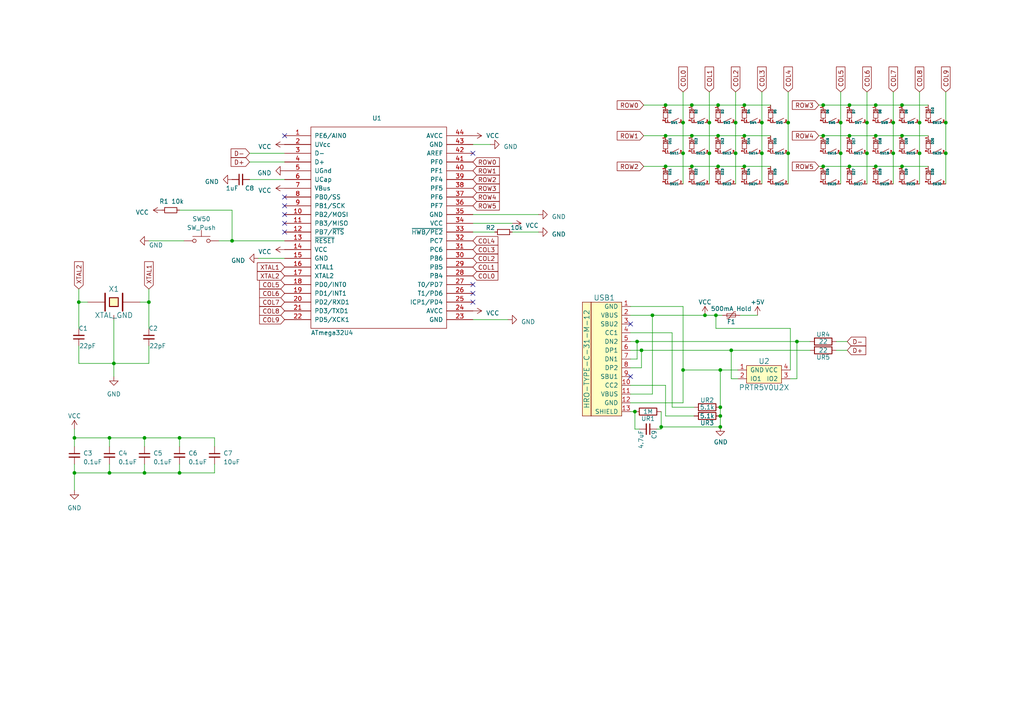
<source format=kicad_sch>
(kicad_sch (version 20230121) (generator eeschema)
  (paper "A4")
  (lib_symbols
    (symbol "Device:C_Small" (pin_numbers hide) (pin_names (offset 0.254) hide)
      (property "Reference" "C" (at 0.254 1.778 0))
      (property "Value" "C_Small" (at 0.254 -2.032 0))
      (symbol "C_Small_0_1"
        (polyline (pts (xy -1.524 -0.508) (xy 1.524 -0.508)) (stroke (width 0.3302)))
        (polyline (pts (xy -1.524 0.508) (xy 1.524 0.508)) (stroke (width 0.3048)))
      )
      (symbol "C_Small_1_1"
        (pin passive line (at 0 2.54 270) (length 2.032) (name "~") (number "1"))
        (pin passive line (at 0 -2.54 90) (length 2.032) (name "~") (number "2"))
      )
    )
    (symbol "Device:R_Small" (pin_numbers hide) (pin_names (offset 0.254) hide)
      (property "Reference" "R" (at 0.762 0.508 0))
      (property "Value" "R_Small" (at 0.762 -1.016 0))
      (symbol "R_Small_0_1"
        (rectangle (start -0.762 1.778) (end 0.762 -1.778) (stroke (width 0.2032)))
      )
      (symbol "R_Small_1_1"
        (pin passive line (at 0 2.54 270) (length 0.762) (name "~") (number "1"))
        (pin passive line (at 0 -2.54 90) (length 0.762) (name "~") (number "2"))
      )
    )
    (symbol "Switch:SW_Push" (pin_numbers hide) (pin_names (offset 1.016) hide)
      (property "Reference" "SW" (at 1.27 2.54 0))
      (property "Value" "SW_Push" (at 0 -1.524 0))
      (symbol "SW_Push_0_1"
        (circle (center -2.032 0) (radius 0.508))
        (polyline (pts (xy 0 1.27) (xy 0 3.048)))
        (polyline (pts (xy 2.54 1.27) (xy -2.54 1.27)))
        (circle (center 2.032 0) (radius 0.508))
        (pin passive line (at -5.08 0 0) (length 2.54) (name "1") (number "1"))
        (pin passive line (at 5.08 0 180) (length 2.54) (name "2") (number "2"))
      )
    )
    (symbol "Type-C:HRO-TYPE-C-31-M-12" (pin_names (offset 1.016))
      (property "Reference" "USB" (at -5.08 16.51 0))
      (property "Value" "HRO-TYPE-C-31-M-12" (at -10.16 -1.27 90))
      (symbol "HRO-TYPE-C-31-M-12_0_1"
        (rectangle (start -11.43 15.24) (end -8.89 -17.78) (fill (type background)))
        (rectangle (start 0 -17.78) (end -8.89 15.24) (fill (type background)))
      )
      (symbol "HRO-TYPE-C-31-M-12_1_1"
        (pin input line (at 2.54 13.97 180) (length 2.54) (name "GND") (number "1"))
        (pin input line (at 2.54 -8.89 180) (length 2.54) (name "CC2") (number "10"))
        (pin input line (at 2.54 -11.43 180) (length 2.54) (name "VBUS") (number "11"))
        (pin input line (at 2.54 -13.97 180) (length 2.54) (name "GND") (number "12"))
        (pin input line (at 2.54 -16.51 180) (length 2.54) (name "SHIELD") (number "13"))
        (pin input line (at 2.54 11.43 180) (length 2.54) (name "VBUS") (number "2"))
        (pin input line (at 2.54 8.89 180) (length 2.54) (name "SBU2") (number "3"))
        (pin input line (at 2.54 6.35 180) (length 2.54) (name "CC1") (number "4"))
        (pin input line (at 2.54 3.81 180) (length 2.54) (name "DN2") (number "5"))
        (pin input line (at 2.54 1.27 180) (length 2.54) (name "DP1") (number "6"))
        (pin input line (at 2.54 -1.27 180) (length 2.54) (name "DN1") (number "7"))
        (pin input line (at 2.54 -3.81 180) (length 2.54) (name "DP2") (number "8"))
        (pin input line (at 2.54 -6.35 180) (length 2.54) (name "SBU1") (number "9"))
      )
    )
    (symbol "ai03-locallib:PRTR5V0U2X" (pin_names (offset 1.016))
      (property "Reference" "U" (at 0 3.81 0))
      (property "Value" "PRTR5V0U2X" (at 0 -3.81 0))
      (symbol "PRTR5V0U2X_0_1"
        (rectangle (start -5.08 2.54) (end 5.08 -2.54) (fill (type background)))
      )
      (symbol "PRTR5V0U2X_1_1"
        (pin input line (at -7.62 1.27 0) (length 2.54) (name "GND") (number "1"))
        (pin input line (at -7.62 -1.27 0) (length 2.54) (name "IO1") (number "2"))
        (pin input line (at 7.62 -1.27 180) (length 2.54) (name "IO2") (number "3"))
        (pin input line (at 7.62 1.27 180) (length 2.54) (name "VCC") (number "4"))
      )
    )
    (symbol "cpm43-rescue:C_Small-device" (pin_numbers hide) (pin_names (offset 0.254) hide)
      (property "Reference" "C" (at 0.254 1.778 0))
      (property "Value" "device:C_Small" (at 0.254 -2.032 0))
      (symbol "C_Small-device_0_1"
        (polyline (pts (xy -1.524 -0.508) (xy 1.524 -0.508)) (stroke (width 0.3302)))
        (polyline (pts (xy -1.524 0.508) (xy 1.524 0.508)) (stroke (width 0.3048)))
      )
      (symbol "C_Small-device_1_1"
        (pin passive line (at 0 2.54 270) (length 2.032) (name "~") (number "1"))
        (pin passive line (at 0 -2.54 90) (length 2.032) (name "~") (number "2"))
      )
    )
    (symbol "cpm43-rescue:GND-power" (power) (pin_names (offset 0))
      (property "Value" "GND-power" (at 0 -3.81 0))
      (symbol "GND-power_0_1"
        (polyline (pts (xy 0 0) (xy 0 -1.27) (xy 1.27 -1.27) (xy 0 -2.54) (xy -1.27 -1.27) (xy 0 -1.27)))
      )
      (symbol "GND-power_1_1"
        (pin power_in line (at 0 0 270) (length 0) hide (name "GND") (number "1"))
      )
    )
    (symbol "cpm43-rescue:Polyfuse_Small-device" (pin_numbers hide) (pin_names (offset 0))
      (property "Reference" "F" (at -1.905 0 90))
      (property "Value" "device:Polyfuse_Small" (at 1.905 0 90))
      (symbol "Polyfuse_Small-device_0_1"
        (rectangle (start -0.508 1.27) (end 0.508 -1.27))
        (polyline (pts (xy 0 2.54) (xy 0 -2.54)))
        (polyline (pts (xy -1.016 1.27) (xy -1.016 0.762) (xy 1.016 -0.762) (xy 1.016 -1.27)))
      )
      (symbol "Polyfuse_Small-device_1_1"
        (pin passive line (at 0 2.54 270) (length 0.635) (name "~") (number "1"))
        (pin passive line (at 0 -2.54 90) (length 0.635) (name "~") (number "2"))
      )
    )
    (symbol "cpm43-rescue:R-device" (pin_numbers hide) (pin_names (offset 0))
      (property "Reference" "R" (at 2.032 0 90))
      (property "Value" "device:R" (at 0 0 90))
      (symbol "R-device_0_1"
        (rectangle (start -1.016 -2.54) (end 1.016 2.54) (stroke (width 0.254)))
      )
      (symbol "R-device_1_1"
        (pin passive line (at 0 3.81 270) (length 1.27) (name "~") (number "1"))
        (pin passive line (at 0 -3.81 90) (length 1.27) (name "~") (number "2"))
      )
    )
    (symbol "hazel:D"
      (property "Reference" "D4" (at -1.27 0 0))
      (symbol "D_0_1"
        (rectangle (start -1.27 0.635) (end 1.27 -0.635))
        (polyline (pts (xy 0.96 0.64) (xy 0.96 -0.63)))
        (polyline (pts (xy 0.32 0.64) (xy 0.32 -0.63) (xy 0.955 0.005) (xy 0.32 0.64) (xy 0.32 0.64)))
      )
      (symbol "D_1_1"
        (pin input line (at 2.54 0 180) (length 1.27) (name "") (number "1"))
        (pin output line (at -2.54 0 0) (length 1.27) (name "") (number "2"))
      )
    )
    (symbol "hazel:SW"
      (property "Reference" "SW" (at 0 -1.27 0))
      (property "Value" "SW" (at 0 2.54 0))
      (symbol "SW_0_1"
        (polyline (pts (xy -1.27 0) (xy 1.27 1.27)))
      )
      (symbol "SW_1_1"
        (pin bidirectional line (at -2.54 0 0) (length 1.27) (name "") (number "1"))
        (pin bidirectional line (at 2.54 0 180) (length 1.27) (name "") (number "2"))
      )
    )
    (symbol "keyboard_parts:ATMEGA32U4" (pin_names (offset 1.016))
      (property "Reference" "U" (at 0 -31.75 0))
      (property "Value" "ATMEGA32U4" (at 0 31.75 0))
      (symbol "ATMEGA32U4_0_1"
        (rectangle (start 20.32 29.21) (end -19.05 -29.21))
      )
      (symbol "ATMEGA32U4_1_1"
        (pin bidirectional line (at -26.67 26.67 0) (length 7.62) (name "PE6/AIN0") (number "1"))
        (pin bidirectional line (at -26.67 3.81 0) (length 7.62) (name "PB2/MOSI") (number "10"))
        (pin bidirectional line (at -26.67 1.27 0) (length 7.62) (name "PB3/MISO") (number "11"))
        (pin bidirectional line (at -26.67 -1.27 0) (length 7.62) (name "PB7/~{RTS}") (number "12"))
        (pin input line (at -26.67 -3.81 0) (length 7.62) (name "~{RESET}") (number "13"))
        (pin power_in line (at -26.67 -6.35 0) (length 7.62) (name "VCC") (number "14"))
        (pin power_in line (at -26.67 -8.89 0) (length 7.62) (name "GND") (number "15"))
        (pin input line (at -26.67 -11.43 0) (length 7.62) (name "XTAL1") (number "16"))
        (pin output line (at -26.67 -13.97 0) (length 7.62) (name "XTAL2") (number "17"))
        (pin bidirectional line (at -26.67 -16.51 0) (length 7.62) (name "PD0/INT0") (number "18"))
        (pin bidirectional line (at -26.67 -19.05 0) (length 7.62) (name "PD1/INT1") (number "19"))
        (pin power_in line (at -26.67 24.13 0) (length 7.62) (name "UVcc") (number "2"))
        (pin bidirectional line (at -26.67 -21.59 0) (length 7.62) (name "PD2/RXD1") (number "20"))
        (pin bidirectional line (at -26.67 -24.13 0) (length 7.62) (name "PD3/TXD1") (number "21"))
        (pin bidirectional line (at -26.67 -26.67 0) (length 7.62) (name "PD5/XCK1") (number "22"))
        (pin power_in line (at 27.94 -26.67 180) (length 7.62) (name "GND") (number "23"))
        (pin power_in line (at 27.94 -24.13 180) (length 7.62) (name "AVCC") (number "24"))
        (pin bidirectional line (at 27.94 -21.59 180) (length 7.62) (name "ICP1/PD4") (number "25"))
        (pin bidirectional line (at 27.94 -19.05 180) (length 7.62) (name "T1/PD6") (number "26"))
        (pin bidirectional line (at 27.94 -16.51 180) (length 7.62) (name "T0/PD7") (number "27"))
        (pin bidirectional line (at 27.94 -13.97 180) (length 7.62) (name "PB4") (number "28"))
        (pin bidirectional line (at 27.94 -11.43 180) (length 7.62) (name "PB5") (number "29"))
        (pin bidirectional line (at -26.67 21.59 0) (length 7.62) (name "D-") (number "3"))
        (pin bidirectional line (at 27.94 -8.89 180) (length 7.62) (name "PB6") (number "30"))
        (pin bidirectional line (at 27.94 -6.35 180) (length 7.62) (name "PC6") (number "31"))
        (pin bidirectional line (at 27.94 -3.81 180) (length 7.62) (name "PC7") (number "32"))
        (pin bidirectional line (at 27.94 -1.27 180) (length 7.62) (name "~{HWB/PE2}") (number "33"))
        (pin power_in line (at 27.94 1.27 180) (length 7.62) (name "VCC") (number "34"))
        (pin power_in line (at 27.94 3.81 180) (length 7.62) (name "GND") (number "35"))
        (pin bidirectional line (at 27.94 6.35 180) (length 7.62) (name "PF7") (number "36"))
        (pin bidirectional line (at 27.94 8.89 180) (length 7.62) (name "PF6") (number "37"))
        (pin bidirectional line (at 27.94 11.43 180) (length 7.62) (name "PF5") (number "38"))
        (pin bidirectional line (at 27.94 13.97 180) (length 7.62) (name "PF4") (number "39"))
        (pin bidirectional line (at -26.67 19.05 0) (length 7.62) (name "D+") (number "4"))
        (pin bidirectional line (at 27.94 16.51 180) (length 7.62) (name "PF1") (number "40"))
        (pin bidirectional line (at 27.94 19.05 180) (length 7.62) (name "PF0") (number "41"))
        (pin input line (at 27.94 21.59 180) (length 7.62) (name "AREF") (number "42"))
        (pin power_in line (at 27.94 24.13 180) (length 7.62) (name "GND") (number "43"))
        (pin power_in line (at 27.94 26.67 180) (length 7.62) (name "AVCC") (number "44"))
        (pin power_in line (at -26.67 16.51 0) (length 7.62) (name "UGnd") (number "5"))
        (pin input line (at -26.67 13.97 0) (length 7.62) (name "UCap") (number "6"))
        (pin input line (at -26.67 11.43 0) (length 7.62) (name "VBus") (number "7"))
        (pin bidirectional line (at -26.67 8.89 0) (length 7.62) (name "PB0/SS") (number "8"))
        (pin bidirectional line (at -26.67 6.35 0) (length 7.62) (name "PB1/SCK") (number "9"))
      )
    )
    (symbol "keyboard_parts:XTAL_GND" (pin_numbers hide) (pin_names (offset 1.016) hide)
      (property "Reference" "X" (at 0 3.81 0))
      (property "Value" "XTAL_GND" (at 0 -3.81 0))
      (symbol "XTAL_GND_0_1"
        (polyline (pts (xy -2.54 2.54) (xy -2.54 -2.54)) (stroke (width 0.4064)))
        (polyline (pts (xy 2.54 2.54) (xy 2.54 -2.54)) (stroke (width 0.4064)))
        (polyline (pts (xy -1.27 1.27) (xy 1.27 1.27) (xy 1.27 -1.27) (xy -1.27 -1.27) (xy -1.27 1.27)) (stroke (width 0.3048)) (fill (type background)))
      )
      (symbol "XTAL_GND_1_1"
        (pin passive line (at -7.62 0 0) (length 5.08) (name "1") (number "1"))
        (pin passive line (at 7.62 0 180) (length 5.08) (name "2") (number "2"))
        (pin passive line (at 0 -5.08 90) (length 1.27) (name "~") (number "3"))
      )
    )
    (symbol "power:+5V" (power) (pin_names (offset 0))
      (property "Value" "+5V" (at 0 3.556 0))
      (symbol "+5V_0_1"
        (polyline (pts (xy -0.762 1.27) (xy 0 2.54)))
        (polyline (pts (xy 0 0) (xy 0 2.54)))
        (polyline (pts (xy 0 2.54) (xy 0.762 1.27)))
      )
      (symbol "+5V_1_1"
        (pin power_in line (at 0 0 90) (length 0) hide (name "+5V") (number "1"))
      )
    )
    (symbol "power:GND" (power) (pin_names (offset 0))
      (property "Value" "GND" (at 0 -3.81 0))
      (symbol "GND_0_1"
        (polyline (pts (xy 0 0) (xy 0 -1.27) (xy 1.27 -1.27) (xy 0 -2.54) (xy -1.27 -1.27) (xy 0 -1.27)))
      )
      (symbol "GND_1_1"
        (pin power_in line (at 0 0 270) (length 0) hide (name "GND") (number "1"))
      )
    )
    (symbol "power:VCC" (power) (pin_names (offset 0))
      (property "Value" "VCC" (at 0 3.81 0))
      (symbol "VCC_0_1"
        (polyline (pts (xy -0.762 1.27) (xy 0 2.54)))
        (polyline (pts (xy 0 0) (xy 0 2.54)))
        (polyline (pts (xy 0 2.54) (xy 0.762 1.27)))
      )
      (symbol "VCC_1_1"
        (pin power_in line (at 0 0 90) (length 0) hide (name "VCC") (number "1"))
      )
    )
  )
  (junction (at 266.7 44.45))
  (junction (at 259.08 44.45))
  (junction (at 52.07 137.16))
  (junction (at 21.59 127))
  (junction (at 184.15 119.38))
  (junction (at 213.36 35.56))
  (junction (at 200.66 48.26))
  (junction (at 266.7 35.56))
  (junction (at 215.9 30.48))
  (junction (at 41.91 127))
  (junction (at 198.12 35.56))
  (junction (at 261.62 30.48))
  (junction (at 246.38 48.26))
  (junction (at 261.62 48.26))
  (junction (at 208.915 120.65))
  (junction (at 193.04 30.48))
  (junction (at 254 39.37))
  (junction (at 261.62 39.37))
  (junction (at 21.59 137.16))
  (junction (at 43.18 87.63))
  (junction (at 220.98 44.45))
  (junction (at 200.66 39.37))
  (junction (at 52.07 127))
  (junction (at 215.9 48.26))
  (junction (at 246.38 30.48))
  (junction (at 189.23 91.44))
  (junction (at 191.77 123.825))
  (junction (at 251.46 35.56))
  (junction (at 208.915 118.11))
  (junction (at 41.91 137.16))
  (junction (at 231.14 99.06))
  (junction (at 238.76 39.37))
  (junction (at 220.98 35.56))
  (junction (at 184.785 99.06))
  (junction (at 228.6 44.45))
  (junction (at 213.36 44.45))
  (junction (at 208.915 107.315))
  (junction (at 193.04 48.26))
  (junction (at 259.08 35.56))
  (junction (at 238.76 48.26))
  (junction (at 31.75 137.16))
  (junction (at 208.915 123.825))
  (junction (at 274.32 44.45))
  (junction (at 238.76 30.48))
  (junction (at 246.38 39.37))
  (junction (at 205.74 35.56))
  (junction (at 254 48.26))
  (junction (at 243.84 35.56))
  (junction (at 243.84 44.45))
  (junction (at 208.28 39.37))
  (junction (at 198.12 44.45))
  (junction (at 33.02 105.41))
  (junction (at 228.6 35.56))
  (junction (at 22.86 87.63))
  (junction (at 207.645 91.44))
  (junction (at 274.32 35.56))
  (junction (at 31.75 127))
  (junction (at 212.09 101.6))
  (junction (at 200.66 30.48))
  (junction (at 205.74 44.45))
  (junction (at 198.12 107.315))
  (junction (at 208.28 30.48))
  (junction (at 204.47 91.44))
  (junction (at 251.46 44.45))
  (junction (at 215.9 39.37))
  (junction (at 67.31 69.85))
  (junction (at 208.28 48.26))
  (junction (at 254 30.48))
  (junction (at 186.055 101.6))
  (junction (at 193.04 39.37))
  (no_connect (at 82.55 39.37))
  (no_connect (at 82.55 62.23))
  (no_connect (at 82.55 64.77))
  (no_connect (at 82.55 57.15))
  (no_connect (at 82.55 59.69))
  (no_connect (at 137.16 82.55))
  (no_connect (at 137.16 87.63))
  (no_connect (at 137.16 85.09))
  (no_connect (at 182.88 93.98))
  (no_connect (at 182.88 109.22))
  (no_connect (at 137.16 44.45))
  (no_connect (at 82.55 67.31))
  (wire (pts (xy 52.07 60.96) (xy 67.31 60.96)))
  (wire (pts (xy 205.74 26.67) (xy 205.74 35.56)))
  (wire (pts (xy 214.63 91.44) (xy 219.71 91.44)))
  (wire (pts (xy 200.66 39.37) (xy 208.28 39.37)))
  (wire (pts (xy 184.785 99.06) (xy 231.14 99.06)))
  (wire (pts (xy 207.645 91.44) (xy 207.645 95.25)))
  (wire (pts (xy 261.62 48.26) (xy 269.24 48.26)))
  (wire (pts (xy 242.57 99.06) (xy 245.745 99.06)))
  (wire (pts (xy 182.88 111.76) (xy 193.04 111.76)))
  (wire (pts (xy 67.31 69.85) (xy 82.55 69.85)))
  (wire (pts (xy 220.98 35.56) (xy 220.98 44.45)))
  (wire (pts (xy 208.915 118.11) (xy 208.915 107.315)))
  (wire (pts (xy 204.47 91.44) (xy 207.645 91.44)))
  (wire (pts (xy 207.645 91.44) (xy 209.55 91.44)))
  (wire (pts (xy 229.235 107.315) (xy 229.235 95.25)))
  (wire (pts (xy 74.93 74.93) (xy 82.55 74.93)))
  (wire (pts (xy 213.995 107.315) (xy 208.915 107.315)))
  (wire (pts (xy 31.75 137.16) (xy 31.75 134.62)))
  (wire (pts (xy 186.69 39.37) (xy 193.04 39.37)))
  (wire (pts (xy 200.66 30.48) (xy 208.28 30.48)))
  (wire (pts (xy 72.39 52.07) (xy 82.55 52.07)))
  (wire (pts (xy 21.59 137.16) (xy 21.59 134.62)))
  (wire (pts (xy 212.09 109.855) (xy 212.09 101.6)))
  (wire (pts (xy 243.84 44.45) (xy 243.84 53.34)))
  (wire (pts (xy 137.16 62.23) (xy 156.21 62.23)))
  (wire (pts (xy 193.04 39.37) (xy 200.66 39.37)))
  (wire (pts (xy 198.12 107.315) (xy 198.12 116.84)))
  (wire (pts (xy 259.08 26.67) (xy 259.08 35.56)))
  (wire (pts (xy 237.49 39.37) (xy 238.76 39.37)))
  (wire (pts (xy 243.84 26.67) (xy 243.84 35.56)))
  (wire (pts (xy 21.59 124.46) (xy 21.59 127)))
  (wire (pts (xy 41.91 127) (xy 41.91 129.54)))
  (wire (pts (xy 21.59 137.16) (xy 31.75 137.16)))
  (wire (pts (xy 231.14 109.855) (xy 231.14 99.06)))
  (wire (pts (xy 208.28 39.37) (xy 215.9 39.37)))
  (wire (pts (xy 189.23 91.44) (xy 204.47 91.44)))
  (wire (pts (xy 186.69 30.48) (xy 193.04 30.48)))
  (wire (pts (xy 182.88 101.6) (xy 186.055 101.6)))
  (wire (pts (xy 229.235 95.25) (xy 207.645 95.25)))
  (wire (pts (xy 198.12 88.9) (xy 198.12 107.315)))
  (wire (pts (xy 205.74 35.56) (xy 205.74 44.45)))
  (wire (pts (xy 251.46 35.56) (xy 251.46 44.45)))
  (wire (pts (xy 40.64 87.63) (xy 43.18 87.63)))
  (wire (pts (xy 33.02 105.41) (xy 22.86 105.41)))
  (wire (pts (xy 238.76 39.37) (xy 246.38 39.37)))
  (wire (pts (xy 254 30.48) (xy 261.62 30.48)))
  (wire (pts (xy 198.12 26.67) (xy 198.12 35.56)))
  (wire (pts (xy 205.74 44.45) (xy 205.74 53.34)))
  (wire (pts (xy 31.75 127) (xy 31.75 129.54)))
  (wire (pts (xy 63.5 69.85) (xy 67.31 69.85)))
  (wire (pts (xy 43.18 87.63) (xy 43.18 95.25)))
  (wire (pts (xy 215.9 39.37) (xy 223.52 39.37)))
  (wire (pts (xy 191.77 123.825) (xy 208.915 123.825)))
  (wire (pts (xy 274.32 35.56) (xy 274.32 44.45)))
  (wire (pts (xy 184.785 104.14) (xy 184.785 99.06)))
  (wire (pts (xy 246.38 39.37) (xy 254 39.37)))
  (wire (pts (xy 52.07 137.16) (xy 62.23 137.16)))
  (wire (pts (xy 22.86 100.33) (xy 22.86 105.41)))
  (wire (pts (xy 21.59 127) (xy 21.59 129.54)))
  (wire (pts (xy 137.16 41.91) (xy 142.24 41.91)))
  (wire (pts (xy 246.38 48.26) (xy 254 48.26)))
  (wire (pts (xy 43.18 100.33) (xy 43.18 105.41)))
  (wire (pts (xy 229.235 109.855) (xy 231.14 109.855)))
  (wire (pts (xy 33.02 92.71) (xy 33.02 105.41)))
  (wire (pts (xy 228.6 35.56) (xy 228.6 44.45)))
  (wire (pts (xy 182.88 96.52) (xy 194.945 96.52)))
  (wire (pts (xy 266.7 44.45) (xy 266.7 53.34)))
  (wire (pts (xy 274.32 44.45) (xy 274.32 53.34)))
  (wire (pts (xy 31.75 137.16) (xy 41.91 137.16)))
  (wire (pts (xy 189.23 114.3) (xy 189.23 91.44)))
  (wire (pts (xy 261.62 30.48) (xy 269.24 30.48)))
  (wire (pts (xy 251.46 44.45) (xy 251.46 53.34)))
  (wire (pts (xy 52.07 137.16) (xy 52.07 134.62)))
  (wire (pts (xy 194.945 118.11) (xy 194.945 96.52)))
  (wire (pts (xy 228.6 44.45) (xy 228.6 53.34)))
  (wire (pts (xy 274.32 26.67) (xy 274.32 35.56)))
  (wire (pts (xy 215.9 30.48) (xy 223.52 30.48)))
  (wire (pts (xy 182.88 114.3) (xy 189.23 114.3)))
  (wire (pts (xy 184.15 119.38) (xy 182.88 119.38)))
  (wire (pts (xy 22.86 87.63) (xy 22.86 95.25)))
  (wire (pts (xy 148.59 64.77) (xy 137.16 64.77)))
  (wire (pts (xy 148.59 67.31) (xy 156.21 67.31)))
  (wire (pts (xy 251.46 26.67) (xy 251.46 35.56)))
  (wire (pts (xy 254 48.26) (xy 261.62 48.26)))
  (wire (pts (xy 62.23 137.16) (xy 62.23 134.62)))
  (wire (pts (xy 53.34 69.85) (xy 43.18 69.85)))
  (wire (pts (xy 237.49 30.48) (xy 238.76 30.48)))
  (wire (pts (xy 213.36 26.67) (xy 213.36 35.56)))
  (wire (pts (xy 254 39.37) (xy 261.62 39.37)))
  (wire (pts (xy 208.915 118.11) (xy 208.915 120.65)))
  (wire (pts (xy 266.7 26.67) (xy 266.7 35.56)))
  (wire (pts (xy 72.39 46.99) (xy 82.55 46.99)))
  (wire (pts (xy 243.84 35.56) (xy 243.84 44.45)))
  (wire (pts (xy 201.295 118.11) (xy 194.945 118.11)))
  (wire (pts (xy 62.23 127) (xy 62.23 129.54)))
  (wire (pts (xy 191.77 124.46) (xy 190.5 124.46)))
  (wire (pts (xy 198.12 116.84) (xy 182.88 116.84)))
  (wire (pts (xy 231.14 99.06) (xy 234.95 99.06)))
  (wire (pts (xy 21.59 137.16) (xy 21.59 142.24)))
  (wire (pts (xy 220.98 44.45) (xy 220.98 53.34)))
  (wire (pts (xy 186.69 48.26) (xy 193.04 48.26)))
  (wire (pts (xy 21.59 127) (xy 31.75 127)))
  (wire (pts (xy 43.18 105.41) (xy 33.02 105.41)))
  (wire (pts (xy 22.86 83.82) (xy 22.86 87.63)))
  (wire (pts (xy 208.28 30.48) (xy 215.9 30.48)))
  (wire (pts (xy 182.88 99.06) (xy 184.785 99.06)))
  (wire (pts (xy 72.39 44.45) (xy 82.55 44.45)))
  (wire (pts (xy 31.75 127) (xy 41.91 127)))
  (wire (pts (xy 191.77 119.38) (xy 191.77 123.825)))
  (wire (pts (xy 182.88 104.14) (xy 184.785 104.14)))
  (wire (pts (xy 213.36 35.56) (xy 213.36 44.45)))
  (wire (pts (xy 242.57 101.6) (xy 245.745 101.6)))
  (wire (pts (xy 184.15 124.46) (xy 184.15 119.38)))
  (wire (pts (xy 259.08 35.56) (xy 259.08 44.45)))
  (wire (pts (xy 198.12 107.315) (xy 208.915 107.315)))
  (wire (pts (xy 238.76 30.48) (xy 246.38 30.48)))
  (wire (pts (xy 182.88 88.9) (xy 198.12 88.9)))
  (wire (pts (xy 193.04 30.48) (xy 200.66 30.48)))
  (wire (pts (xy 259.08 44.45) (xy 259.08 53.34)))
  (wire (pts (xy 198.12 44.45) (xy 198.12 53.34)))
  (wire (pts (xy 41.91 137.16) (xy 52.07 137.16)))
  (wire (pts (xy 41.91 137.16) (xy 41.91 134.62)))
  (wire (pts (xy 193.04 48.26) (xy 200.66 48.26)))
  (wire (pts (xy 186.055 101.6) (xy 212.09 101.6)))
  (wire (pts (xy 228.6 26.67) (xy 228.6 35.56)))
  (wire (pts (xy 43.18 83.82) (xy 43.18 87.63)))
  (wire (pts (xy 182.88 91.44) (xy 189.23 91.44)))
  (wire (pts (xy 213.36 44.45) (xy 213.36 53.34)))
  (wire (pts (xy 52.07 127) (xy 62.23 127)))
  (wire (pts (xy 22.86 87.63) (xy 25.4 87.63)))
  (wire (pts (xy 191.77 123.825) (xy 191.77 124.46)))
  (wire (pts (xy 198.12 35.56) (xy 198.12 44.45)))
  (wire (pts (xy 208.915 120.65) (xy 208.915 123.825)))
  (wire (pts (xy 137.16 67.31) (xy 143.51 67.31)))
  (wire (pts (xy 208.28 48.26) (xy 215.9 48.26)))
  (wire (pts (xy 137.16 92.71) (xy 147.32 92.71)))
  (wire (pts (xy 215.9 48.26) (xy 223.52 48.26)))
  (wire (pts (xy 266.7 35.56) (xy 266.7 44.45)))
  (wire (pts (xy 193.04 111.76) (xy 193.04 120.65)))
  (wire (pts (xy 261.62 39.37) (xy 269.24 39.37)))
  (wire (pts (xy 186.055 106.68) (xy 186.055 101.6)))
  (wire (pts (xy 182.88 106.68) (xy 186.055 106.68)))
  (wire (pts (xy 193.04 120.65) (xy 201.295 120.65)))
  (wire (pts (xy 246.38 30.48) (xy 254 30.48)))
  (wire (pts (xy 185.42 124.46) (xy 184.15 124.46)))
  (wire (pts (xy 238.76 48.26) (xy 246.38 48.26)))
  (wire (pts (xy 52.07 127) (xy 52.07 129.54)))
  (wire (pts (xy 213.995 109.855) (xy 212.09 109.855)))
  (wire (pts (xy 67.31 60.96) (xy 67.31 69.85)))
  (wire (pts (xy 237.49 48.26) (xy 238.76 48.26)))
  (wire (pts (xy 220.98 26.67) (xy 220.98 35.56)))
  (wire (pts (xy 33.02 105.41) (xy 33.02 109.22)))
  (wire (pts (xy 41.91 127) (xy 52.07 127)))
  (wire (pts (xy 200.66 48.26) (xy 208.28 48.26)))
  (wire (pts (xy 212.09 101.6) (xy 234.95 101.6)))
  (global_label "COL1" (shape input) (at 137.16 77.47 0) (property "Intersheetrefs" "${INTERSHEET_REFS}" (effects hide)))
  (global_label "COL5" (shape input) (at 82.55 82.55 180) (property "Intersheetrefs" "${INTERSHEET_REFS}" (effects hide)))
  (global_label "COL9" (shape input) (at 82.55 92.71 180) (property "Intersheetrefs" "${INTERSHEET_REFS}" (effects hide)))
  (global_label "COL5" (shape input) (at 243.84 26.67 90) (property "Intersheetrefs" "${INTERSHEET_REFS}" (effects hide)))
  (global_label "ROW4" (shape input) (at 137.16 57.15 0) (property "Intersheetrefs" "${INTERSHEET_REFS}" (effects hide)))
  (global_label "ROW3" (shape input) (at 237.49 30.48 180) (property "Intersheetrefs" "${INTERSHEET_REFS}" (effects hide)))
  (global_label "ROW3" (shape input) (at 137.16 54.61 0) (property "Intersheetrefs" "${INTERSHEET_REFS}" (effects hide)))
  (global_label "COL0" (shape input) (at 198.12 26.67 90) (property "Intersheetrefs" "${INTERSHEET_REFS}" (effects hide)))
  (global_label "COL7" (shape input) (at 259.08 26.67 90) (property "Intersheetrefs" "${INTERSHEET_REFS}" (effects hide)))
  (global_label "COL7" (shape input) (at 82.55 87.63 180) (property "Intersheetrefs" "${INTERSHEET_REFS}" (effects hide)))
  (global_label "ROW5" (shape input) (at 137.16 59.69 0) (property "Intersheetrefs" "${INTERSHEET_REFS}" (effects hide)))
  (global_label "COL3" (shape input) (at 137.16 72.39 0) (property "Intersheetrefs" "${INTERSHEET_REFS}" (effects hide)))
  (global_label "ROW0" (shape input) (at 186.69 30.48 180) (property "Intersheetrefs" "${INTERSHEET_REFS}" (effects hide)))
  (global_label "D-" (shape input) (at 245.745 99.06 0) (effects (font (size 1.2954 1.2954))) (property "Intersheetrefs" "${INTERSHEET_REFS}" (effects hide)))
  (global_label "ROW2" (shape input) (at 186.69 48.26 180) (property "Intersheetrefs" "${INTERSHEET_REFS}" (effects hide)))
  (global_label "COL4" (shape input) (at 137.16 69.85 0) (property "Intersheetrefs" "${INTERSHEET_REFS}" (effects hide)))
  (global_label "COL3" (shape input) (at 220.98 26.67 90) (property "Intersheetrefs" "${INTERSHEET_REFS}" (effects hide)))
  (global_label "COL9" (shape input) (at 274.32 26.67 90) (property "Intersheetrefs" "${INTERSHEET_REFS}" (effects hide)))
  (global_label "COL6" (shape input) (at 82.55 85.09 180) (property "Intersheetrefs" "${INTERSHEET_REFS}" (effects hide)))
  (global_label "COL2" (shape input) (at 213.36 26.67 90) (property "Intersheetrefs" "${INTERSHEET_REFS}" (effects hide)))
  (global_label "XTAL1" (shape input) (at 43.18 83.82 90) (property "Intersheetrefs" "${INTERSHEET_REFS}" (effects hide)))
  (global_label "COL1" (shape input) (at 205.74 26.67 90) (property "Intersheetrefs" "${INTERSHEET_REFS}" (effects hide)))
  (global_label "XTAL2" (shape input) (at 82.55 80.01 180) (property "Intersheetrefs" "${INTERSHEET_REFS}" (effects hide)))
  (global_label "COL0" (shape input) (at 137.16 80.01 0) (property "Intersheetrefs" "${INTERSHEET_REFS}" (effects hide)))
  (global_label "ROW5" (shape input) (at 237.49 48.26 180) (property "Intersheetrefs" "${INTERSHEET_REFS}" (effects hide)))
  (global_label "ROW0" (shape input) (at 137.16 46.99 0) (property "Intersheetrefs" "${INTERSHEET_REFS}" (effects hide)))
  (global_label "XTAL1" (shape input) (at 82.55 77.47 180) (property "Intersheetrefs" "${INTERSHEET_REFS}" (effects hide)))
  (global_label "COL6" (shape input) (at 251.46 26.67 90) (property "Intersheetrefs" "${INTERSHEET_REFS}" (effects hide)))
  (global_label "ROW1" (shape input) (at 137.16 49.53 0) (property "Intersheetrefs" "${INTERSHEET_REFS}" (effects hide)))
  (global_label "ROW4" (shape input) (at 237.49 39.37 180) (property "Intersheetrefs" "${INTERSHEET_REFS}" (effects hide)))
  (global_label "COL8" (shape input) (at 266.7 26.67 90) (property "Intersheetrefs" "${INTERSHEET_REFS}" (effects hide)))
  (global_label "COL8" (shape input) (at 82.55 90.17 180) (property "Intersheetrefs" "${INTERSHEET_REFS}" (effects hide)))
  (global_label "D+" (shape input) (at 245.745 101.6 0) (effects (font (size 1.2954 1.2954))) (property "Intersheetrefs" "${INTERSHEET_REFS}" (effects hide)))
  (global_label "COL2" (shape input) (at 137.16 74.93 0) (property "Intersheetrefs" "${INTERSHEET_REFS}" (effects hide)))
  (global_label "ROW1" (shape input) (at 186.69 39.37 180) (property "Intersheetrefs" "${INTERSHEET_REFS}" (effects hide)))
  (global_label "D-" (shape input) (at 72.39 44.45 180) (effects (font (size 1.2954 1.2954))) (property "Intersheetrefs" "${INTERSHEET_REFS}" (effects hide)))
  (global_label "ROW2" (shape input) (at 137.16 52.07 0) (property "Intersheetrefs" "${INTERSHEET_REFS}" (effects hide)))
  (global_label "D+" (shape input) (at 72.39 46.99 180) (effects (font (size 1.2954 1.2954))) (property "Intersheetrefs" "${INTERSHEET_REFS}" (effects hide)))
  (global_label "XTAL2" (shape input) (at 22.86 83.82 90) (property "Intersheetrefs" "${INTERSHEET_REFS}" (effects hide)))
  (global_label "COL4" (shape input) (at 228.6 26.67 90) (property "Intersheetrefs" "${INTERSHEET_REFS}" (effects hide)))
  (symbol (lib_id "Device:R_Small") (at 146.05 67.31 90) (unit 1)
    (property "Reference" "R2" (at 142.24 66.04 90))
    (property "Value" "10k" (at 149.86 66.04 90))
    (property "Footprint" "Resistor_SMD:R_0805_2012Metric" (effects hide))
  )
  (symbol (lib_id "hazel:D") (at 223.52 50.8 90) (unit 1)
    (property "Reference" "D25" (at 224.79 50.8 0) (effects (font (size 0.64 0.64)) (justify left)))
    (property "Value" "D" (effects hide))
    (property "Footprint" "miketronic_fplib:Diode-Hybrid-Back" (effects hide))
  )
  (symbol (lib_id "hazel:SW") (at 210.82 53.34 0) (unit 1)
    (property "Reference" "SW23" (at 210.82 53.34 0) (effects (font (size 0.64 0.64))))
    (property "Value" "SW" (effects hide))
    (property "Footprint" "miketronic_fplib:MB_KailhChoc-1U_17mm" (effects hide))
  )
  (symbol (lib_id "hazel:D") (at 208.28 33.02 90) (unit 1)
    (property "Reference" "D3" (at 209.55 33.02 0) (effects (font (size 0.64 0.64)) (justify left)))
    (property "Value" "D" (effects hide))
    (property "Footprint" "miketronic_fplib:Diode-Hybrid-Back" (effects hide))
  )
  (symbol (lib_id "power:GND") (at 67.31 52.07 270) (unit 1)
    (property "Reference" "#PWR04" (effects hide))
    (property "Value" "GND" (at 63.5 52.705 90) (effects (justify right)))
  )
  (symbol (lib_id "hazel:SW") (at 218.44 44.45 0) (unit 1)
    (property "Reference" "SW14" (at 218.44 44.45 0) (effects (font (size 0.64 0.64))))
    (property "Value" "SW" (effects hide))
    (property "Footprint" "miketronic_fplib:MB_KailhChoc-1U_17mm" (effects hide))
  )
  (symbol (lib_id "hazel:SW") (at 248.92 44.45 0) (unit 1)
    (property "Reference" "SW17" (at 248.92 44.45 0) (effects (font (size 0.64 0.64))))
    (property "Value" "SW" (effects hide))
    (property "Footprint" "miketronic_fplib:MB_KailhChoc-1U_17mm" (effects hide))
  )
  (symbol (lib_id "power:VCC") (at 82.55 72.39 90) (unit 1)
    (property "Reference" "#PWR015" (effects hide))
    (property "Value" "VCC" (at 78.74 73.025 90) (effects (justify left)))
  )
  (symbol (lib_id "hazel:SW") (at 203.2 44.45 0) (unit 1)
    (property "Reference" "SW12" (at 203.2 44.45 0) (effects (font (size 0.64 0.64))))
    (property "Value" "SW" (effects hide))
    (property "Footprint" "miketronic_fplib:MB_KailhChoc-1U_17mm" (effects hide))
  )
  (symbol (lib_id "cpm43-rescue:GND-power") (at 208.915 123.825 0) (unit 1)
    (property "Reference" "#PWR011" (effects hide))
    (property "Value" "GND" (at 209.042 128.2192 0))
  )
  (symbol (lib_id "hazel:SW") (at 195.58 53.34 0) (unit 1)
    (property "Reference" "SW21" (at 195.58 53.34 0) (effects (font (size 0.64 0.64))))
    (property "Value" "SW" (effects hide))
    (property "Footprint" "miketronic_fplib:MB_KailhChoc-1U_17mm" (effects hide))
  )
  (symbol (lib_id "hazel:SW") (at 264.16 35.56 0) (unit 1)
    (property "Reference" "SW9" (at 264.16 35.56 0) (effects (font (size 0.64 0.64))))
    (property "Value" "SW" (effects hide))
    (property "Footprint" "miketronic_fplib:MB_KailhChoc-1U_17mm" (effects hide))
  )
  (symbol (lib_id "power:GND") (at 82.55 49.53 270) (unit 1)
    (property "Reference" "#PWR013" (effects hide))
    (property "Value" "GND" (at 78.74 50.165 90) (effects (justify right)))
  )
  (symbol (lib_id "hazel:D") (at 200.66 50.8 90) (unit 1)
    (property "Reference" "D22" (at 201.93 50.8 0) (effects (font (size 0.64 0.64)) (justify left)))
    (property "Value" "D" (effects hide))
    (property "Footprint" "miketronic_fplib:Diode-Hybrid-Back" (effects hide))
  )
  (symbol (lib_id "Device:C_Small") (at 22.86 97.79 0) (mirror x) (unit 1)
    (property "Reference" "C1" (at 24.13 95.25 0))
    (property "Value" "22pF" (at 25.4 100.33 0))
    (property "Footprint" "Capacitor_SMD:C_0805_2012Metric" (effects hide))
  )
  (symbol (lib_id "Device:C_Small") (at 43.18 97.79 0) (mirror y) (unit 1)
    (property "Reference" "C2" (at 44.45 95.25 0))
    (property "Value" "22pF" (at 45.72 100.33 0))
    (property "Footprint" "Capacitor_SMD:C_0805_2012Metric" (effects hide))
  )
  (symbol (lib_id "hazel:D") (at 223.52 33.02 90) (unit 1)
    (property "Reference" "D5" (at 224.79 33.02 0) (effects (font (size 0.64 0.64)) (justify left)))
    (property "Value" "D" (effects hide))
    (property "Footprint" "miketronic_fplib:Diode-Hybrid-Back" (effects hide))
  )
  (symbol (lib_id "power:VCC") (at 46.99 60.96 90) (unit 1)
    (property "Reference" "#PWR014" (effects hide))
    (property "Value" "VCC" (at 43.18 61.595 90) (effects (justify left)))
  )
  (symbol (lib_id "Device:C_Small") (at 41.91 132.08 0) (unit 1)
    (property "Reference" "C5" (at 44.45 131.4513 0) (effects (justify left)))
    (property "Value" "0.1uF" (at 44.45 133.9913 0) (effects (justify left)))
    (property "Footprint" "Capacitor_SMD:C_0805_2012Metric" (effects hide))
  )
  (symbol (lib_id "cpm43-rescue:R-device") (at 238.76 101.6 270) (unit 1)
    (property "Reference" "UR5" (at 238.76 103.632 90))
    (property "Value" "22" (at 238.76 101.6 90))
    (property "Footprint" "Keebio-Parts:R_0805" (effects hide))
  )
  (symbol (lib_id "hazel:SW") (at 256.54 44.45 0) (unit 1)
    (property "Reference" "SW18" (at 256.54 44.45 0) (effects (font (size 0.64 0.64))))
    (property "Value" "SW" (effects hide))
    (property "Footprint" "miketronic_fplib:MB_KailhChoc-1U_17mm" (effects hide))
  )
  (symbol (lib_id "hazel:SW") (at 218.44 35.56 0) (unit 1)
    (property "Reference" "SW4" (at 218.44 35.56 0) (effects (font (size 0.64 0.64))))
    (property "Value" "SW" (effects hide))
    (property "Footprint" "miketronic_fplib:MB_KailhChoc-1U_17mm" (effects hide))
  )
  (symbol (lib_id "power:GND") (at 43.18 69.85 270) (unit 1)
    (property "Reference" "#PWR09" (effects hide))
    (property "Value" "GND" (at 43.18 71.12 90) (effects (justify left)))
  )
  (symbol (lib_id "hazel:D") (at 254 50.8 90) (unit 1)
    (property "Reference" "D28" (at 255.27 50.8 0) (effects (font (size 0.64 0.64)) (justify left)))
    (property "Value" "D" (effects hide))
    (property "Footprint" "miketronic_fplib:Diode-Hybrid-Back" (effects hide))
  )
  (symbol (lib_id "hazel:D") (at 254 41.91 90) (unit 1)
    (property "Reference" "D18" (at 255.27 41.91 0) (effects (font (size 0.64 0.64)) (justify left)))
    (property "Value" "D" (effects hide))
    (property "Footprint" "miketronic_fplib:Diode-Hybrid-Back" (effects hide))
  )
  (symbol (lib_id "hazel:SW") (at 248.92 53.34 0) (unit 1)
    (property "Reference" "SW27" (at 248.92 53.34 0) (effects (font (size 0.64 0.64))))
    (property "Value" "SW" (effects hide))
    (property "Footprint" "miketronic_fplib:MB_KailhChoc-1U_17mm" (effects hide))
  )
  (symbol (lib_id "hazel:SW") (at 203.2 53.34 0) (unit 1)
    (property "Reference" "SW22" (at 203.2 53.34 0) (effects (font (size 0.64 0.64))))
    (property "Value" "SW" (effects hide))
    (property "Footprint" "miketronic_fplib:MB_KailhChoc-1U_17mm" (effects hide))
  )
  (symbol (lib_id "hazel:D") (at 208.28 41.91 90) (unit 1)
    (property "Reference" "D13" (at 209.55 41.91 0) (effects (font (size 0.64 0.64)) (justify left)))
    (property "Value" "D" (effects hide))
    (property "Footprint" "miketronic_fplib:Diode-Hybrid-Back" (effects hide))
  )
  (symbol (lib_id "power:GND") (at 21.59 142.24 0) (unit 1)
    (property "Reference" "#PWR06" (effects hide))
    (property "Value" "GND" (at 21.59 147.32 0))
  )
  (symbol (lib_id "cpm43-rescue:R-device") (at 238.76 99.06 90) (unit 1)
    (property "Reference" "UR4" (at 238.76 97.028 90))
    (property "Value" "22" (at 238.76 99.06 90))
    (property "Footprint" "Keebio-Parts:R_0805" (effects hide))
  )
  (symbol (lib_id "hazel:SW") (at 264.16 53.34 0) (unit 1)
    (property "Reference" "SW29" (at 264.16 53.34 0) (effects (font (size 0.64 0.64))))
    (property "Value" "SW" (effects hide))
    (property "Footprint" "miketronic_fplib:MB_KailhChoc-1U_17mm" (effects hide))
  )
  (symbol (lib_id "power:VCC") (at 21.59 124.46 0) (unit 1)
    (property "Reference" "#PWR018" (effects hide))
    (property "Value" "VCC" (at 21.59 120.65 0))
  )
  (symbol (lib_id "hazel:D") (at 246.38 33.02 90) (unit 1)
    (property "Reference" "D7" (at 247.65 33.02 0) (effects (font (size 0.64 0.64)) (justify left)))
    (property "Value" "D" (effects hide))
    (property "Footprint" "miketronic_fplib:Diode-Hybrid-Back" (effects hide))
  )
  (symbol (lib_id "hazel:SW") (at 248.92 35.56 0) (unit 1)
    (property "Reference" "SW7" (at 248.92 35.56 0) (effects (font (size 0.64 0.64))))
    (property "Value" "SW" (effects hide))
    (property "Footprint" "miketronic_fplib:MB_KailhChoc-1U_17mm" (effects hide))
  )
  (symbol (lib_id "hazel:D") (at 223.52 41.91 90) (unit 1)
    (property "Reference" "D15" (at 224.79 41.91 0) (effects (font (size 0.64 0.64)) (justify left)))
    (property "Value" "D" (effects hide))
    (property "Footprint" "miketronic_fplib:Diode-Hybrid-Back" (effects hide))
  )
  (symbol (lib_id "Device:R_Small") (at 49.53 60.96 90) (unit 1)
    (property "Reference" "R1" (at 48.895 58.42 90) (effects (justify left)))
    (property "Value" "10k" (at 53.34 58.42 90) (effects (justify left)))
    (property "Footprint" "Resistor_SMD:R_0805_2012Metric" (effects hide))
  )
  (symbol (lib_id "hazel:SW") (at 256.54 53.34 0) (unit 1)
    (property "Reference" "SW28" (at 256.54 53.34 0) (effects (font (size 0.64 0.64))))
    (property "Value" "SW" (effects hide))
    (property "Footprint" "miketronic_fplib:MB_KailhChoc-1U_17mm" (effects hide))
  )
  (symbol (lib_id "cpm43-rescue:C_Small-device") (at 187.96 124.46 270) (unit 1)
    (property "Reference" "C9" (at 189.738 124.714 0) (effects (justify left)))
    (property "Value" "4.7uF" (at 185.928 124.714 0) (effects (justify left)))
    (property "Footprint" "Capacitor_SMD:C_0805_2012Metric" (effects hide))
  )
  (symbol (lib_id "cpm43-rescue:Polyfuse_Small-device") (at 212.09 91.44 90) (unit 1)
    (property "Reference" "F1" (at 212.09 93.345 90))
    (property "Value" "500mA Hold" (at 212.09 89.535 90))
    (property "Footprint" "Fuse:Fuse_1206_3216Metric" (effects hide))
  )
  (symbol (lib_id "keyboard_parts:XTAL_GND") (at 33.02 87.63 0) (unit 1)
    (property "Reference" "X1" (at 33.02 83.82 0) (effects (font (size 1.524 1.524))))
    (property "Value" "XTAL_GND" (at 33.02 91.44 0) (effects (font (size 1.524 1.524))))
    (property "Footprint" "Crystal:Crystal_SMD_3225-4Pin_3.2x2.5mm" (effects hide))
  )
  (symbol (lib_id "hazel:D") (at 200.66 41.91 90) (unit 1)
    (property "Reference" "D12" (at 201.93 41.91 0) (effects (font (size 0.64 0.64)) (justify left)))
    (property "Value" "D" (effects hide))
    (property "Footprint" "miketronic_fplib:Diode-Hybrid-Back" (effects hide))
  )
  (symbol (lib_id "hazel:SW") (at 210.82 44.45 0) (unit 1)
    (property "Reference" "SW13" (at 210.82 44.45 0) (effects (font (size 0.64 0.64))))
    (property "Value" "SW" (effects hide))
    (property "Footprint" "miketronic_fplib:MB_KailhChoc-1U_17mm" (effects hide))
  )
  (symbol (lib_id "power:GND") (at 156.21 62.23 90) (unit 1)
    (property "Reference" "#PWR01" (effects hide))
    (property "Value" "GND" (at 160.02 62.865 90) (effects (justify right)))
  )
  (symbol (lib_id "power:GND") (at 142.24 41.91 90) (unit 1)
    (property "Reference" "#PWR05" (effects hide))
    (property "Value" "GND" (at 146.05 42.545 90) (effects (justify right)))
  )
  (symbol (lib_id "power:VCC") (at 137.16 90.17 270) (unit 1)
    (property "Reference" "#PWR019" (effects hide))
    (property "Value" "VCC" (at 140.97 90.805 90) (effects (justify left)))
  )
  (symbol (lib_id "hazel:SW") (at 241.3 35.56 0) (unit 1)
    (property "Reference" "SW6" (at 241.3 35.56 0) (effects (font (size 0.64 0.64))))
    (property "Value" "SW" (effects hide))
    (property "Footprint" "miketronic_fplib:MB_KailhChoc-1U_17mm" (effects hide))
  )
  (symbol (lib_id "hazel:SW") (at 271.78 53.34 0) (unit 1)
    (property "Reference" "SW30" (at 271.78 53.34 0) (effects (font (size 0.64 0.64))))
    (property "Value" "SW" (effects hide))
    (property "Footprint" "miketronic_fplib:MB_KailhChoc-1U_17mm" (effects hide))
  )
  (symbol (lib_id "power:VCC") (at 82.55 41.91 90) (unit 1)
    (property "Reference" "#PWR016" (effects hide))
    (property "Value" "VCC" (at 78.74 42.545 90) (effects (justify left)))
  )
  (symbol (lib_id "hazel:SW") (at 271.78 35.56 0) (unit 1)
    (property "Reference" "SW10" (at 271.78 35.56 0) (effects (font (size 0.64 0.64))))
    (property "Value" "SW" (effects hide))
    (property "Footprint" "miketronic_fplib:MB_KailhChoc-1U_17mm" (effects hide))
  )
  (symbol (lib_id "hazel:SW") (at 226.06 35.56 0) (unit 1)
    (property "Reference" "SW5" (at 226.06 35.56 0) (effects (font (size 0.64 0.64))))
    (property "Value" "SW" (effects hide))
    (property "Footprint" "miketronic_fplib:MB_KailhChoc-1U_17mm" (effects hide))
  )
  (symbol (lib_id "hazel:D") (at 208.28 50.8 90) (unit 1)
    (property "Reference" "D23" (at 209.55 50.8 0) (effects (font (size 0.64 0.64)) (justify left)))
    (property "Value" "D" (effects hide))
    (property "Footprint" "miketronic_fplib:Diode-Hybrid-Back" (effects hide))
  )
  (symbol (lib_id "hazel:D") (at 193.04 41.91 90) (unit 1)
    (property "Reference" "D11" (at 194.31 41.91 0) (effects (font (size 0.64 0.64)) (justify left)))
    (property "Value" "D" (effects hide))
    (property "Footprint" "miketronic_fplib:Diode-Hybrid-Back" (effects hide))
  )
  (symbol (lib_id "ai03-locallib:PRTR5V0U2X") (at 221.615 108.585 0) (unit 1)
    (property "Reference" "U2" (at 221.615 104.775 0) (effects (font (size 1.524 1.524))))
    (property "Value" "PRTR5V0U2X" (at 221.615 112.395 0) (effects (font (size 1.524 1.524))))
    (property "Footprint" "Keebio-Parts:SOT-143B" (effects hide))
  )
  (symbol (lib_id "Device:C_Small") (at 69.85 52.07 90) (unit 1)
    (property "Reference" "C8" (at 72.39 54.61 90))
    (property "Value" "1uF" (at 67.31 54.61 90))
    (property "Footprint" "Capacitor_SMD:C_0805_2012Metric" (effects hide))
  )
  (symbol (lib_id "hazel:D") (at 261.62 33.02 90) (unit 1)
    (property "Reference" "D9" (at 262.89 33.02 0) (effects (font (size 0.64 0.64)) (justify left)))
    (property "Value" "D" (effects hide))
    (property "Footprint" "miketronic_fplib:Diode-Hybrid-Back" (effects hide))
  )
  (symbol (lib_id "hazel:D") (at 193.04 50.8 90) (unit 1)
    (property "Reference" "D21" (at 194.31 50.8 0) (effects (font (size 0.64 0.64)) (justify left)))
    (property "Value" "D" (effects hide))
    (property "Footprint" "miketronic_fplib:Diode-Hybrid-Back" (effects hide))
  )
  (symbol (lib_id "hazel:SW") (at 256.54 35.56 0) (unit 1)
    (property "Reference" "SW8" (at 256.54 35.56 0) (effects (font (size 0.64 0.64))))
    (property "Value" "SW" (effects hide))
    (property "Footprint" "miketronic_fplib:MB_KailhChoc-1U_17mm" (effects hide))
  )
  (symbol (lib_id "power:VCC") (at 148.59 64.77 270) (unit 1)
    (property "Reference" "#PWR020" (effects hide))
    (property "Value" "VCC" (at 152.4 65.405 90) (effects (justify left)))
  )
  (symbol (lib_id "hazel:SW") (at 271.78 44.45 0) (unit 1)
    (property "Reference" "SW20" (at 271.78 44.45 0) (effects (font (size 0.64 0.64))))
    (property "Value" "SW" (effects hide))
    (property "Footprint" "miketronic_fplib:MB_KailhChoc-1U_17mm" (effects hide))
  )
  (symbol (lib_id "hazel:D") (at 215.9 33.02 90) (unit 1)
    (property "Reference" "D4" (at 217.17 33.02 0) (effects (font (size 0.64 0.64)) (justify left)))
    (property "Value" "D" (effects hide))
    (property "Footprint" "miketronic_fplib:Diode-Hybrid-Back" (effects hide))
  )
  (symbol (lib_id "hazel:SW") (at 226.06 44.45 0) (unit 1)
    (property "Reference" "SW15" (at 226.06 44.45 0) (effects (font (size 0.64 0.64))))
    (property "Value" "SW" (effects hide))
    (property "Footprint" "miketronic_fplib:MB_KailhChoc-1U_17mm" (effects hide))
  )
  (symbol (lib_id "Switch:SW_Push") (at 58.42 69.85 0) (unit 1)
    (property "Reference" "SW50" (at 58.42 63.5 0))
    (property "Value" "SW_Push" (at 58.42 66.04 0))
    (property "Footprint" "random-keyboard-parts:SKQG-1155865" (effects hide))
  )
  (symbol (lib_id "hazel:D") (at 215.9 41.91 90) (unit 1)
    (property "Reference" "D14" (at 217.17 41.91 0) (effects (font (size 0.64 0.64)) (justify left)))
    (property "Value" "D" (effects hide))
    (property "Footprint" "miketronic_fplib:Diode-Hybrid-Back" (effects hide))
  )
  (symbol (lib_id "cpm43-rescue:R-device") (at 205.105 120.65 270) (unit 1)
    (property "Reference" "UR3" (at 205.105 122.682 90))
    (property "Value" "5.1k" (at 205.105 120.65 90))
    (property "Footprint" "Keebio-Parts:R_0805" (effects hide))
  )
  (symbol (lib_id "cpm43-rescue:R-device") (at 205.105 118.11 90) (unit 1)
    (property "Reference" "UR2" (at 205.105 116.078 90))
    (property "Value" "5.1k" (at 205.105 118.11 90))
    (property "Footprint" "Keebio-Parts:R_0805" (effects hide))
  )
  (symbol (lib_id "Device:C_Small") (at 62.23 132.08 0) (unit 1)
    (property "Reference" "C7" (at 64.77 131.4513 0) (effects (justify left)))
    (property "Value" "10uF" (at 64.77 133.9913 0) (effects (justify left)))
    (property "Footprint" "Capacitor_SMD:C_0805_2012Metric" (effects hide))
  )
  (symbol (lib_id "hazel:D") (at 269.24 41.91 90) (unit 1)
    (property "Reference" "D20" (at 270.51 41.91 0) (effects (font (size 0.64 0.64)) (justify left)))
    (property "Value" "D" (effects hide))
    (property "Footprint" "miketronic_fplib:Diode-Hybrid-Back" (effects hide))
  )
  (symbol (lib_id "Device:C_Small") (at 21.59 132.08 0) (unit 1)
    (property "Reference" "C3" (at 24.13 131.4513 0) (effects (justify left)))
    (property "Value" "0.1uF" (at 24.13 133.9913 0) (effects (justify left)))
    (property "Footprint" "Capacitor_SMD:C_0805_2012Metric" (effects hide))
  )
  (symbol (lib_id "hazel:D") (at 238.76 50.8 90) (unit 1)
    (property "Reference" "D26" (at 240.03 50.8 0) (effects (font (size 0.64 0.64)) (justify left)))
    (property "Value" "D" (effects hide))
    (property "Footprint" "miketronic_fplib:Diode-Hybrid-Back" (effects hide))
  )
  (symbol (lib_id "power:+5V") (at 219.71 91.44 0) (unit 1)
    (property "Reference" "#PWR012" (effects hide))
    (property "Value" "+5V" (at 219.71 87.63 0))
  )
  (symbol (lib_id "hazel:SW") (at 195.58 44.45 0) (unit 1)
    (property "Reference" "SW11" (at 195.58 44.45 0) (effects (font (size 0.64 0.64))))
    (property "Value" "SW" (effects hide))
    (property "Footprint" "miketronic_fplib:MB_KailhChoc-1U_17mm" (effects hide))
  )
  (symbol (lib_id "power:GND") (at 147.32 92.71 90) (unit 1)
    (property "Reference" "#PWR07" (effects hide))
    (property "Value" "GND" (at 151.13 93.345 90) (effects (justify right)))
  )
  (symbol (lib_id "hazel:SW") (at 218.44 53.34 0) (unit 1)
    (property "Reference" "SW24" (at 218.44 53.34 0) (effects (font (size 0.64 0.64))))
    (property "Value" "SW" (effects hide))
    (property "Footprint" "miketronic_fplib:MB_KailhChoc-1U_17mm" (effects hide))
  )
  (symbol (lib_id "hazel:SW") (at 264.16 44.45 0) (unit 1)
    (property "Reference" "SW19" (at 264.16 44.45 0) (effects (font (size 0.64 0.64))))
    (property "Value" "SW" (effects hide))
    (property "Footprint" "miketronic_fplib:MB_KailhChoc-1U_17mm" (effects hide))
  )
  (symbol (lib_id "power:GND") (at 33.02 109.22 0) (unit 1)
    (property "Reference" "#PWR02" (effects hide))
    (property "Value" "GND" (at 33.02 114.3 0))
  )
  (symbol (lib_id "hazel:D") (at 246.38 41.91 90) (unit 1)
    (property "Reference" "D17" (at 247.65 41.91 0) (effects (font (size 0.64 0.64)) (justify left)))
    (property "Value" "D" (effects hide))
    (property "Footprint" "miketronic_fplib:Diode-Hybrid-Back" (effects hide))
  )
  (symbol (lib_id "Device:C_Small") (at 31.75 132.08 0) (unit 1)
    (property "Reference" "C4" (at 34.29 131.4513 0) (effects (justify left)))
    (property "Value" "0.1uF" (at 34.29 133.9913 0) (effects (justify left)))
    (property "Footprint" "Capacitor_SMD:C_0805_2012Metric" (effects hide))
  )
  (symbol (lib_id "hazel:SW") (at 203.2 35.56 0) (unit 1)
    (property "Reference" "SW2" (at 203.2 35.56 0) (effects (font (size 0.64 0.64))))
    (property "Value" "SW" (effects hide))
    (property "Footprint" "miketronic_fplib:MB_KailhChoc-1U_17mm" (effects hide))
  )
  (symbol (lib_id "cpm43-rescue:R-device") (at 187.96 119.38 270) (unit 1)
    (property "Reference" "UR1" (at 187.96 121.412 90))
    (property "Value" "1M" (at 187.96 119.38 90))
    (property "Footprint" "Keebio-Parts:R_0805" (effects hide))
  )
  (symbol (lib_id "hazel:D") (at 193.04 33.02 90) (unit 1)
    (property "Reference" "D1" (at 194.31 33.02 0) (effects (font (size 0.64 0.64)) (justify left)))
    (property "Value" "D" (effects hide))
    (property "Footprint" "miketronic_fplib:Diode-Hybrid-Back" (effects hide))
  )
  (symbol (lib_id "hazel:D") (at 215.9 50.8 90) (unit 1)
    (property "Reference" "D24" (at 217.17 50.8 0) (effects (font (size 0.64 0.64)) (justify left)))
    (property "Value" "D" (effects hide))
    (property "Footprint" "miketronic_fplib:Diode-Hybrid-Back" (effects hide))
  )
  (symbol (lib_id "hazel:D") (at 238.76 41.91 90) (unit 1)
    (property "Reference" "D16" (at 240.03 41.91 0) (effects (font (size 0.64 0.64)) (justify left)))
    (property "Value" "D" (effects hide))
    (property "Footprint" "miketronic_fplib:Diode-Hybrid-Back" (effects hide))
  )
  (symbol (lib_id "hazel:SW") (at 195.58 35.56 0) (unit 1)
    (property "Reference" "SW1" (at 195.58 35.56 0) (effects (font (size 0.64 0.64))))
    (property "Value" "SW" (effects hide))
    (property "Footprint" "miketronic_fplib:MB_KailhChoc-1U_17mm" (effects hide))
  )
  (symbol (lib_id "hazel:D") (at 238.76 33.02 90) (unit 1)
    (property "Reference" "D6" (at 240.03 33.02 0) (effects (font (size 0.64 0.64)) (justify left)))
    (property "Value" "D" (effects hide))
    (property "Footprint" "miketronic_fplib:Diode-Hybrid-Back" (effects hide))
  )
  (symbol (lib_id "hazel:D") (at 269.24 33.02 90) (unit 1)
    (property "Reference" "D10" (at 270.51 33.02 0) (effects (font (size 0.64 0.64)) (justify left)))
    (property "Value" "D" (effects hide))
    (property "Footprint" "miketronic_fplib:Diode-Hybrid-Back" (effects hide))
  )
  (symbol (lib_id "power:VCC") (at 82.55 54.61 90) (unit 1)
    (property "Reference" "#PWR017" (effects hide))
    (property "Value" "VCC" (at 78.74 55.245 90) (effects (justify left)))
  )
  (symbol (lib_id "hazel:D") (at 200.66 33.02 90) (unit 1)
    (property "Reference" "D2" (at 201.93 33.02 0) (effects (font (size 0.64 0.64)) (justify left)))
    (property "Value" "D" (effects hide))
    (property "Footprint" "miketronic_fplib:Diode-Hybrid-Back" (effects hide))
  )
  (symbol (lib_id "power:VCC") (at 137.16 39.37 270) (unit 1)
    (property "Reference" "#PWR021" (effects hide))
    (property "Value" "VCC" (at 140.97 39.37 90) (effects (justify left)))
  )
  (symbol (lib_id "hazel:D") (at 261.62 50.8 90) (unit 1)
    (property "Reference" "D29" (at 262.89 50.8 0) (effects (font (size 0.64 0.64)) (justify left)))
    (property "Value" "D" (effects hide))
    (property "Footprint" "miketronic_fplib:Diode-Hybrid-Back" (effects hide))
  )
  (symbol (lib_id "power:GND") (at 74.93 74.93 270) (unit 1)
    (property "Reference" "#PWR08" (effects hide))
    (property "Value" "GND" (at 71.12 75.565 90) (effects (justify right)))
  )
  (symbol (lib_id "Type-C:HRO-TYPE-C-31-M-12") (at 180.34 102.87 0) (unit 1)
    (property "Reference" "USB1" (at 175.26 86.36 0) (effects (font (size 1.524 1.524))))
    (property "Value" "HRO-TYPE-C-31-M-12" (at 170.18 104.14 90) (effects (font (size 1.524 1.524))))
    (property "Footprint" "Keebio-Parts:HRO-TYPE-C-31-M-12-Assembly" (effects hide))
  )
  (symbol (lib_id "hazel:SW") (at 241.3 53.34 0) (unit 1)
    (property "Reference" "SW26" (at 241.3 53.34 0) (effects (font (size 0.64 0.64))))
    (property "Value" "SW" (effects hide))
    (property "Footprint" "miketronic_fplib:MB_KailhChoc-1U_17mm" (effects hide))
  )
  (symbol (lib_id "hazel:D") (at 269.24 50.8 90) (unit 1)
    (property "Reference" "D30" (at 270.51 50.8 0) (effects (font (size 0.64 0.64)) (justify left)))
    (property "Value" "D" (effects hide))
    (property "Footprint" "miketronic_fplib:Diode-Hybrid-Back" (effects hide))
  )
  (symbol (lib_id "keyboard_parts:ATMEGA32U4") (at 109.22 66.04 0) (unit 1)
    (property "Reference" "U1" (at 107.95 34.29 0) (effects (justify left)))
    (property "Value" "ATmega32U4" (at 90.17 96.52 0) (effects (justify left)))
    (property "Footprint" "Package_QFP:TQFP-44_10x10mm_P0.8mm" (effects hide))
    (property "Datasheet" "http://ww1.microchip.com/downloads/en/DeviceDoc/Atmel-7766-8-bit-AVR-ATmega16U4-32U4_Datasheet.pdf" (effects hide))
  )
  (symbol (lib_id "hazel:SW") (at 226.06 53.34 0) (unit 1)
    (property "Reference" "SW25" (at 226.06 53.34 0) (effects (font (size 0.64 0.64))))
    (property "Value" "SW" (effects hide))
    (property "Footprint" "miketronic_fplib:MB_KailhChoc-1U_17mm" (effects hide))
  )
  (symbol (lib_id "Device:C_Small") (at 52.07 132.08 0) (unit 1)
    (property "Reference" "C6" (at 54.61 131.4513 0) (effects (justify left)))
    (property "Value" "0.1uF" (at 54.61 133.9913 0) (effects (justify left)))
    (property "Footprint" "Capacitor_SMD:C_0805_2012Metric" (effects hide))
  )
  (symbol (lib_id "hazel:D") (at 261.62 41.91 90) (unit 1)
    (property "Reference" "D19" (at 262.89 41.91 0) (effects (font (size 0.64 0.64)) (justify left)))
    (property "Value" "D" (effects hide))
    (property "Footprint" "miketronic_fplib:Diode-Hybrid-Back" (effects hide))
  )
  (symbol (lib_id "power:VCC") (at 204.47 91.44 0) (unit 1)
    (property "Reference" "#PWR010" (effects hide))
    (property "Value" "VCC" (at 204.47 87.63 0))
  )
  (symbol (lib_id "hazel:D") (at 246.38 50.8 90) (unit 1)
    (property "Reference" "D27" (at 247.65 50.8 0) (effects (font (size 0.64 0.64)) (justify left)))
    (property "Value" "D" (effects hide))
    (property "Footprint" "miketronic_fplib:Diode-Hybrid-Back" (effects hide))
  )
  (symbol (lib_id "hazel:SW") (at 210.82 35.56 0) (unit 1)
    (property "Reference" "SW3" (at 210.82 35.56 0) (effects (font (size 0.64 0.64))))
    (property "Value" "SW" (effects hide))
    (property "Footprint" "miketronic_fplib:MB_KailhChoc-1U_17mm" (effects hide))
  )
  (symbol (lib_id "hazel:D") (at 254 33.02 90) (unit 1)
    (property "Reference" "D8" (at 255.27 33.02 0) (effects (font (size 0.64 0.64)) (justify left)))
    (property "Value" "D" (effects hide))
    (property "Footprint" "miketronic_fplib:Diode-Hybrid-Back" (effects hide))
  )
  (symbol (lib_id "hazel:SW") (at 241.3 44.45 0) (unit 1)
    (property "Reference" "SW16" (at 241.3 44.45 0) (effects (font (size 0.64 0.64))))
    (property "Value" "SW" (effects hide))
    (property "Footprint" "miketronic_fplib:MB_KailhChoc-1U_17mm" (effects hide))
  )
  (symbol (lib_id "power:GND") (at 156.21 67.31 90) (unit 1)
    (property "Reference" "#PWR03" (effects hide))
    (property "Value" "GND" (at 160.02 67.945 90) (effects (justify right)))
  )
)
</source>
